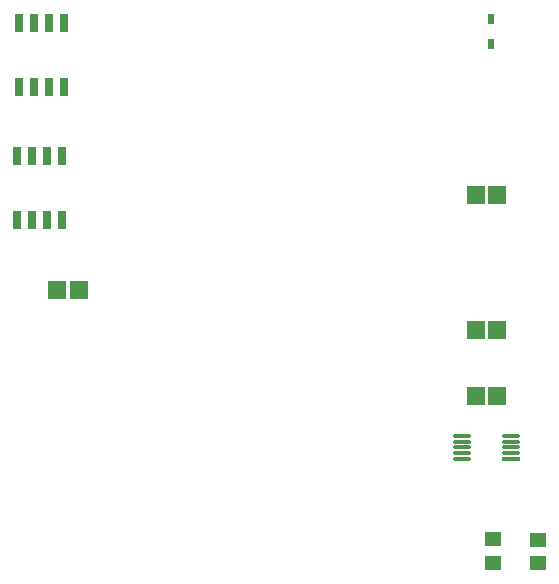
<source format=gbr>
%FSLAX23Y23*%
%MOIN*%
%SFA1B1*%

%IPPOS*%
%AMD15*
4,1,8,-0.023700,-0.006900,0.023700,-0.006900,0.030600,0.000000,0.030600,0.000000,0.023700,0.006900,-0.023700,0.006900,-0.030600,0.000000,-0.030600,0.000000,-0.023700,-0.006900,0.0*
1,1,0.013780,-0.023700,0.000000*
1,1,0.013780,0.023700,0.000000*
1,1,0.013780,0.023700,0.000000*
1,1,0.013780,-0.023700,0.000000*
%
%ADD11R,0.021260X0.033858*%
%ADD12R,0.025591X0.060039*%
%ADD13R,0.057087X0.047244*%
%ADD14R,0.061279X0.013780*%
G04~CAMADD=15~8~0.0~0.0~612.8~137.8~68.9~0.0~15~0.0~0.0~0.0~0.0~0~0.0~0.0~0.0~0.0~0~0.0~0.0~0.0~180.0~612.0~137.0*
%ADD15D15*%
%ADD16R,0.059055X0.061024*%
%LNecu_freio_2024_equipe_imperador_paste_top-1*%
%LPD*%
G54D11*
X4435Y4030D03*
Y4114D03*
G54D12*
X3010Y4101D03*
X2960D03*
X2910D03*
X2860D03*
Y3888D03*
X2910D03*
X2960D03*
X3010D03*
X2855Y3443D03*
X2905D03*
X2955D03*
X3005D03*
Y3656D03*
X2955D03*
X2905D03*
X2855D03*
G54D13*
X4590Y2378D03*
Y2300D03*
X4440Y2300D03*
Y2379D03*
G54D14*
X4502Y2645D03*
G54D15*
X4502Y2665D03*
Y2685D03*
Y2704D03*
Y2724D03*
X4337D03*
Y2704D03*
Y2685D03*
Y2665D03*
Y2645D03*
G54D16*
X4455Y3075D03*
X4384D03*
X3060Y3210D03*
X2989D03*
X4384Y3525D03*
X4455D03*
Y2855D03*
X4384D03*
M02*
</source>
